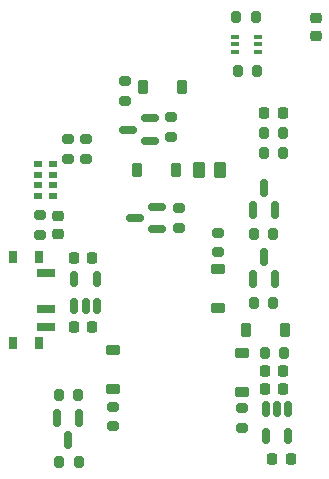
<source format=gbr>
%TF.GenerationSoftware,KiCad,Pcbnew,7.0.10-7.0.10~ubuntu22.04.1*%
%TF.CreationDate,2024-01-30T00:04:26+01:00*%
%TF.ProjectId,MailBox_LP_Notifier,4d61696c-426f-4785-9f4c-505f4e6f7469,rev?*%
%TF.SameCoordinates,Original*%
%TF.FileFunction,Paste,Top*%
%TF.FilePolarity,Positive*%
%FSLAX46Y46*%
G04 Gerber Fmt 4.6, Leading zero omitted, Abs format (unit mm)*
G04 Created by KiCad (PCBNEW 7.0.10-7.0.10~ubuntu22.04.1) date 2024-01-30 00:04:26*
%MOMM*%
%LPD*%
G01*
G04 APERTURE LIST*
G04 Aperture macros list*
%AMRoundRect*
0 Rectangle with rounded corners*
0 $1 Rounding radius*
0 $2 $3 $4 $5 $6 $7 $8 $9 X,Y pos of 4 corners*
0 Add a 4 corners polygon primitive as box body*
4,1,4,$2,$3,$4,$5,$6,$7,$8,$9,$2,$3,0*
0 Add four circle primitives for the rounded corners*
1,1,$1+$1,$2,$3*
1,1,$1+$1,$4,$5*
1,1,$1+$1,$6,$7*
1,1,$1+$1,$8,$9*
0 Add four rect primitives between the rounded corners*
20,1,$1+$1,$2,$3,$4,$5,0*
20,1,$1+$1,$4,$5,$6,$7,0*
20,1,$1+$1,$6,$7,$8,$9,0*
20,1,$1+$1,$8,$9,$2,$3,0*%
G04 Aperture macros list end*
%ADD10RoundRect,0.225000X0.375000X-0.225000X0.375000X0.225000X-0.375000X0.225000X-0.375000X-0.225000X0*%
%ADD11RoundRect,0.225000X0.225000X0.375000X-0.225000X0.375000X-0.225000X-0.375000X0.225000X-0.375000X0*%
%ADD12RoundRect,0.225000X-0.225000X-0.375000X0.225000X-0.375000X0.225000X0.375000X-0.225000X0.375000X0*%
%ADD13RoundRect,0.200000X-0.200000X-0.275000X0.200000X-0.275000X0.200000X0.275000X-0.200000X0.275000X0*%
%ADD14RoundRect,0.200000X-0.275000X0.200000X-0.275000X-0.200000X0.275000X-0.200000X0.275000X0.200000X0*%
%ADD15R,0.650000X0.400000*%
%ADD16RoundRect,0.225000X0.225000X0.250000X-0.225000X0.250000X-0.225000X-0.250000X0.225000X-0.250000X0*%
%ADD17RoundRect,0.225000X-0.250000X0.225000X-0.250000X-0.225000X0.250000X-0.225000X0.250000X0.225000X0*%
%ADD18RoundRect,0.150000X-0.150000X0.587500X-0.150000X-0.587500X0.150000X-0.587500X0.150000X0.587500X0*%
%ADD19RoundRect,0.200000X0.275000X-0.200000X0.275000X0.200000X-0.275000X0.200000X-0.275000X-0.200000X0*%
%ADD20RoundRect,0.200000X0.200000X0.275000X-0.200000X0.275000X-0.200000X-0.275000X0.200000X-0.275000X0*%
%ADD21RoundRect,0.150000X0.150000X-0.512500X0.150000X0.512500X-0.150000X0.512500X-0.150000X-0.512500X0*%
%ADD22RoundRect,0.250000X-0.262500X-0.450000X0.262500X-0.450000X0.262500X0.450000X-0.262500X0.450000X0*%
%ADD23R,0.800000X1.000000*%
%ADD24R,1.500000X0.700000*%
%ADD25RoundRect,0.150000X0.150000X-0.587500X0.150000X0.587500X-0.150000X0.587500X-0.150000X-0.587500X0*%
%ADD26RoundRect,0.225000X-0.225000X-0.250000X0.225000X-0.250000X0.225000X0.250000X-0.225000X0.250000X0*%
%ADD27RoundRect,0.150000X-0.150000X0.512500X-0.150000X-0.512500X0.150000X-0.512500X0.150000X0.512500X0*%
%ADD28RoundRect,0.150000X0.587500X0.150000X-0.587500X0.150000X-0.587500X-0.150000X0.587500X-0.150000X0*%
%ADD29RoundRect,0.225000X0.250000X-0.225000X0.250000X0.225000X-0.250000X0.225000X-0.250000X-0.225000X0*%
%ADD30R,0.800000X0.500000*%
G04 APERTURE END LIST*
D10*
%TO.C,D2*%
X138226800Y-94512400D03*
X138226800Y-91212400D03*
%TD*%
D11*
%TO.C,D4*%
X133120400Y-68707000D03*
X129820400Y-68707000D03*
%TD*%
D12*
%TO.C,D6*%
X138558000Y-89306400D03*
X141858000Y-89306400D03*
%TD*%
D10*
%TO.C,D5*%
X136220200Y-87425800D03*
X136220200Y-84125800D03*
%TD*%
D11*
%TO.C,D7*%
X132663200Y-75717400D03*
X129363200Y-75717400D03*
%TD*%
D10*
%TO.C,D1*%
X127304800Y-94284800D03*
X127304800Y-90984800D03*
%TD*%
D13*
%TO.C,R17*%
X137757400Y-62788800D03*
X139407400Y-62788800D03*
%TD*%
D14*
%TO.C,R9*%
X128320800Y-68212200D03*
X128320800Y-69862200D03*
%TD*%
D15*
%TO.C,Q4*%
X137673800Y-64446600D03*
X137673800Y-65096600D03*
X137673800Y-65746600D03*
X139573800Y-65746600D03*
X139573800Y-65096600D03*
X139573800Y-64446600D03*
%TD*%
D16*
%TO.C,C1*%
X141719600Y-92760800D03*
X140169600Y-92760800D03*
%TD*%
D17*
%TO.C,C8*%
X122682000Y-79616000D03*
X122682000Y-81166000D03*
%TD*%
D13*
%TO.C,R19*%
X140068800Y-72593200D03*
X141718800Y-72593200D03*
%TD*%
D18*
%TO.C,Q1*%
X124444800Y-96725500D03*
X122544800Y-96725500D03*
X123494800Y-98600500D03*
%TD*%
D13*
%TO.C,R5*%
X140145000Y-91236800D03*
X141795000Y-91236800D03*
%TD*%
D19*
%TO.C,R20*%
X123494800Y-74789800D03*
X123494800Y-73139800D03*
%TD*%
%TO.C,R11*%
X132207000Y-72935600D03*
X132207000Y-71285600D03*
%TD*%
D20*
%TO.C,R16*%
X139509000Y-67360800D03*
X137859000Y-67360800D03*
%TD*%
D21*
%TO.C,U2*%
X124031000Y-87243500D03*
X124981000Y-87243500D03*
X125931000Y-87243500D03*
X125931000Y-84968500D03*
X124031000Y-84968500D03*
%TD*%
D22*
%TO.C,R13*%
X134571100Y-75717400D03*
X136396100Y-75717400D03*
%TD*%
D19*
%TO.C,R21*%
X125044200Y-74789800D03*
X125044200Y-73139800D03*
%TD*%
D23*
%TO.C,SW2*%
X121016000Y-83091000D03*
X118806000Y-83091000D03*
X121016000Y-90391000D03*
X118806000Y-90391000D03*
D24*
X121666000Y-84491000D03*
X121666000Y-87491000D03*
X121666000Y-88991000D03*
%TD*%
D19*
%TO.C,R4*%
X138252200Y-97573600D03*
X138252200Y-95923600D03*
%TD*%
D16*
%TO.C,C4*%
X125527400Y-83185000D03*
X123977400Y-83185000D03*
%TD*%
D25*
%TO.C,Q5*%
X139156400Y-84981500D03*
X141056400Y-84981500D03*
X140106400Y-83106500D03*
%TD*%
D20*
%TO.C,R18*%
X141718800Y-74295000D03*
X140068800Y-74295000D03*
%TD*%
D16*
%TO.C,C7*%
X141668800Y-70891400D03*
X140118800Y-70891400D03*
%TD*%
%TO.C,C3*%
X142354600Y-100228400D03*
X140804600Y-100228400D03*
%TD*%
D26*
%TO.C,C6*%
X124002800Y-89001600D03*
X125552800Y-89001600D03*
%TD*%
D19*
%TO.C,R7*%
X132918200Y-80631800D03*
X132918200Y-78981800D03*
%TD*%
D14*
%TO.C,R22*%
X121132600Y-79566000D03*
X121132600Y-81216000D03*
%TD*%
D16*
%TO.C,C2*%
X141706600Y-94259400D03*
X140156600Y-94259400D03*
%TD*%
D13*
%TO.C,R3*%
X122746000Y-100457000D03*
X124396000Y-100457000D03*
%TD*%
D19*
%TO.C,R2*%
X127279400Y-97446600D03*
X127279400Y-95796600D03*
%TD*%
D13*
%TO.C,R15*%
X139230600Y-81150700D03*
X140880600Y-81150700D03*
%TD*%
D19*
%TO.C,R10*%
X136169400Y-82714600D03*
X136169400Y-81064600D03*
%TD*%
D27*
%TO.C,U1*%
X142148600Y-95966700D03*
X141198600Y-95966700D03*
X140248600Y-95966700D03*
X140248600Y-98241700D03*
X142148600Y-98241700D03*
%TD*%
D28*
%TO.C,Q2*%
X131036300Y-80731400D03*
X131036300Y-78831400D03*
X129161300Y-79781400D03*
%TD*%
D29*
%TO.C,C5*%
X144500600Y-64427400D03*
X144500600Y-62877400D03*
%TD*%
D13*
%TO.C,R1*%
X122720600Y-94792800D03*
X124370600Y-94792800D03*
%TD*%
D25*
%TO.C,Q6*%
X139131000Y-79141800D03*
X141031000Y-79141800D03*
X140081000Y-77266800D03*
%TD*%
D28*
%TO.C,Q3*%
X130452100Y-73263800D03*
X130452100Y-71363800D03*
X128577100Y-72313800D03*
%TD*%
D20*
%TO.C,R14*%
X140880600Y-87020400D03*
X139230600Y-87020400D03*
%TD*%
D30*
%TO.C,U4*%
X120993200Y-75227200D03*
X120993200Y-76127200D03*
X120993200Y-77027200D03*
X120993200Y-77927200D03*
X122193200Y-77927200D03*
X122193200Y-77027200D03*
X122193200Y-76127200D03*
X122193200Y-75227200D03*
%TD*%
M02*

</source>
